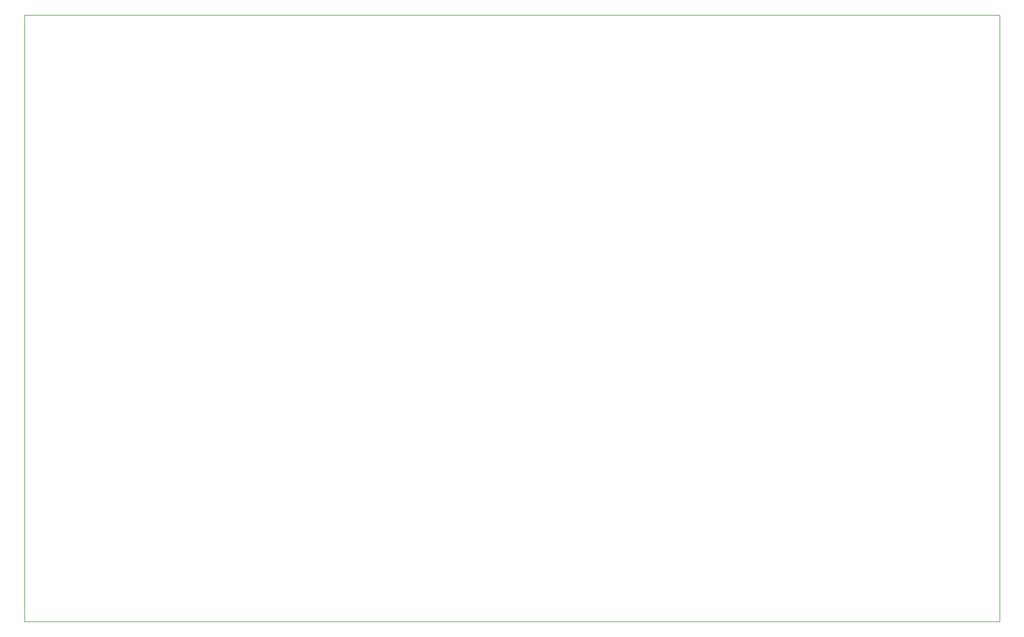
<source format=gbr>
G04 #@! TF.GenerationSoftware,KiCad,Pcbnew,(6.0.5)*
G04 #@! TF.CreationDate,2022-05-05T00:21:09-04:00*
G04 #@! TF.ProjectId,Teensy_16,5465656e-7379-45f3-9136-2e6b69636164,v1*
G04 #@! TF.SameCoordinates,Original*
G04 #@! TF.FileFunction,Profile,NP*
%FSLAX45Y45*%
G04 Gerber Fmt 4.5, Leading zero omitted, Abs format (unit mm)*
G04 Created by KiCad (PCBNEW (6.0.5)) date 2022-05-05 00:21:09*
%MOMM*%
%LPD*%
G01*
G04 APERTURE LIST*
G04 #@! TA.AperFunction,Profile*
%ADD10C,0.050000*%
G04 #@! TD*
G04 APERTURE END LIST*
D10*
X21896700Y-15359980D02*
X21896700Y-6099980D01*
X7016700Y-6099980D02*
X7016700Y-15361580D01*
X21896700Y-6099980D02*
X7016700Y-6099980D01*
X21896700Y-15359980D02*
X7016700Y-15361580D01*
M02*

</source>
